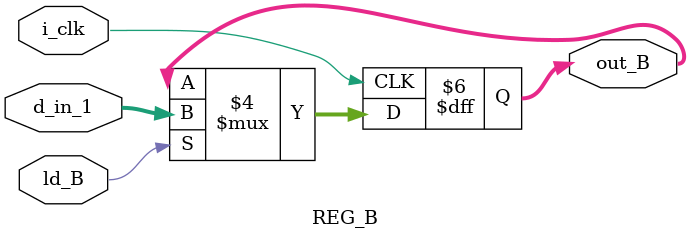
<source format=v>
`timescale 1ns / 1ps


////B is Multiplier////
`define WIDTH_1 8
module REG_B(
i_clk , ld_B  , d_in_1 , out_B
    );
input i_clk ;
//input rst_n ;
input ld_B ;
input [`WIDTH_1-1:0] d_in_1 ;
output reg [`WIDTH_1-1:0] out_B ;


always @ (posedge i_clk) 
begin
     if (ld_B==1'b1)
        begin
          out_B <= d_in_1 ;
          end
        else
          begin
            out_B <= out_B  ;
             end
              end           
endmodule


</source>
